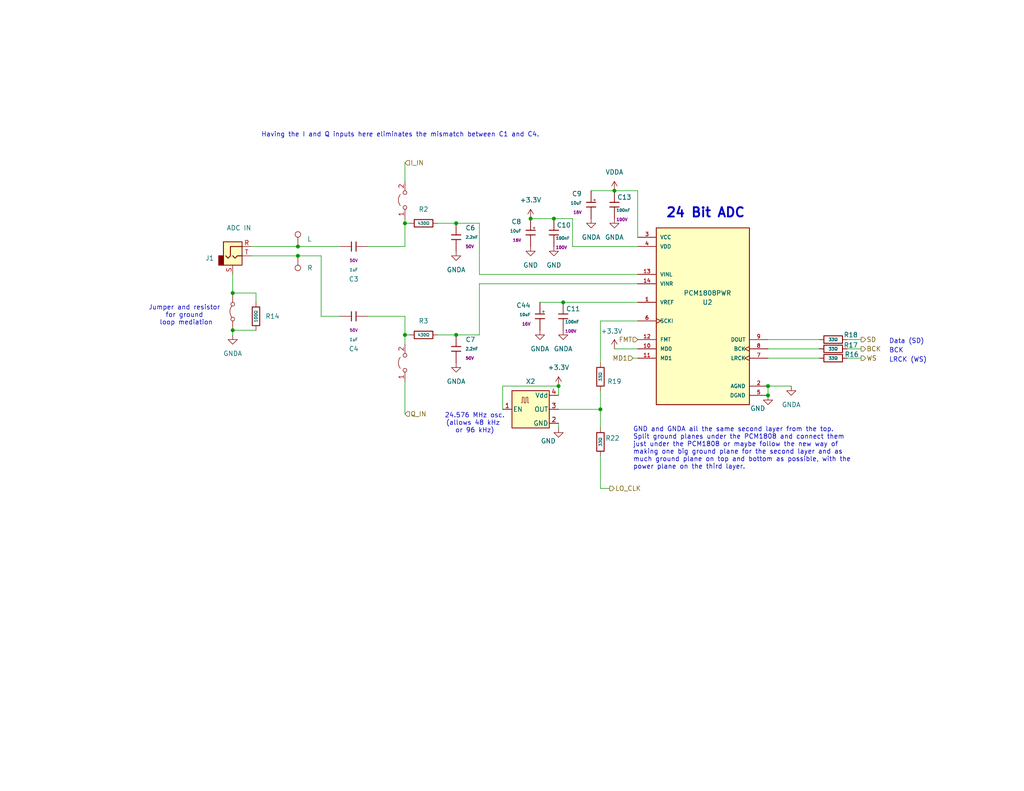
<source format=kicad_sch>
(kicad_sch (version 20250114) (generator "eeschema") (generator_version "9.0")
  (paper "USLetter")
  (title_block (date "2026-01-11") (rev "0.1"))
  (lib_symbols
    (symbol "ASE-xxxMHz_1" (pin_names (offset 0.254))
      (property "Reference" "X1" (at -2.286 6.35 0))
      (symbol "ASE-xxxMHz_1_0_1"
        (rectangle (start -5.08 5.08) (end 5.08 -5.08) (stroke (width 0.254)) (fill (type background)))
        (polyline (pts (xy -2.54 1.778) (xy -2.286 1.778) (xy -2.286 3.302) (xy -1.778 3.302) (xy -1.778 1.778) (xy -1.27 1.778) (xy -1.27 3.302) (xy -0.762 3.302) (xy -0.762 1.778) (xy -0.508 1.778)))
      )
      (symbol "ASE-xxxMHz_1_1_1"
        (pin input line (at -7.62 0 0) (length 2.54) (name "EN") (number "1"))
        (pin power_in line (at 7.62 3.81 180) (length 2.54) (name "Vdd") (number "4"))
        (pin output line (at 7.62 0 180) (length 2.54) (name "OUT") (number "3"))
        (pin power_in line (at 7.62 -3.81 180) (length 2.54) (name "GND") (number "2"))
      )
    )
    (symbol "Connector:TestPoint" (pin_numbers (hide yes)) (pin_names (offset 0.762) (hide yes))
      (property "Reference" "TP" (at 0 6.858 0))
      (property "Value" "TestPoint" (at 0 5.08 0))
      (symbol "TestPoint_0_1"
        (circle (center 0 3.302) (radius 0.762))
      )
      (symbol "TestPoint_1_1"
        (pin passive line (at 0 0 90) (length 2.54) (name "1") (number "1"))
      )
    )
    (symbol "Connector_Audio:AudioJack2_Ground"
      (property "Reference" "J4" (at -5.08 -0.635 0))
      (property "Value" "Audio Out to Soundcard" (at 5.08 7.62 0))
      (symbol "AudioJack2_Ground_0_1"
        (rectangle (start -2.54 -2.54) (end -3.81 0) (stroke (width 0.254)) (fill (type outline)))
        (polyline (pts (xy 0 0) (xy 0.635 -0.635) (xy 1.27 0) (xy 2.54 0)) (stroke (width 0.254)))
        (rectangle (start 2.54 3.81) (end -2.54 -2.54) (stroke (width 0.254)) (fill (type background)))
        (polyline (pts (xy 2.54 2.54) (xy -0.635 2.54) (xy -0.635 0) (xy -1.27 -0.635) (xy -1.905 0)) (stroke (width 0.254)))
      )
      (symbol "AudioJack2_Ground_1_1"
        (pin passive line (at 0 -5.08 90) (length 2.54) (name "~") (number "S"))
        (pin passive line (at 5.08 2.54 180) (length 2.54) (name "~") (number "R"))
        (pin passive line (at 5.08 0 180) (length 2.54) (name "~") (number "T"))
      )
    )
    (symbol "Jumper:Jumper_2_Bridged" (pin_numbers (hide yes)) (pin_names (offset 0) (hide yes)) (exclude_from_sim yes)
      (property "Reference" "JP" (at 0 1.905 0))
      (property "Value" "Jumper_2_Bridged" (at 0 -2.54 0))
      (symbol "Jumper_2_Bridged_0_0"
        (circle (center -2.032 0) (radius 0.508))
        (circle (center 2.032 0) (radius 0.508))
      )
      (symbol "Jumper_2_Bridged_0_1"
        (arc (start -1.524 0.254) (mid 0 0.762) (end 1.524 0.254))
      )
      (symbol "Jumper_2_Bridged_1_1"
        (pin passive line (at -5.08 0 0) (length 2.54) (name "A") (number "1"))
        (pin passive line (at 5.08 0 180) (length 2.54) (name "B") (number "2"))
      )
    )
    (symbol "Jumper:Jumper_2_Open" (pin_names (offset 0) (hide yes))
      (property "Reference" "JP" (at 0 2.794 0))
      (property "Value" "Jumper_2_Open" (at 0 -2.286 0))
      (symbol "Jumper_2_Open_0_0"
        (circle (center -2.032 0) (radius 0.508))
        (circle (center 2.032 0) (radius 0.508))
      )
      (symbol "Jumper_2_Open_0_1"
        (arc (start -1.524 1.27) (mid 0 1.778) (end 1.524 1.27))
      )
      (symbol "Jumper_2_Open_1_1"
        (pin passive line (at -5.08 0 0) (length 2.54) (name "A") (number "1"))
        (pin passive line (at 5.08 0 180) (length 2.54) (name "B") (number "2"))
      )
    )
    (symbol "PCM1808PWR:PCM1808PWR" (pin_names (offset 1.016))
      (property "Reference" "U" (at -12.7 24.13 0))
      (property "Value" "PCM1808PWR" (at -12.7 -27.94 0))
      (symbol "PCM1808PWR_0_0"
        (rectangle (start -12.7 -25.4) (end 12.7 22.86) (stroke (width 0.254)) (fill (type background)))
        (pin power_in line (at -17.78 20.32 0) (length 5.08) (name "VCC") (number "3"))
        (pin power_in line (at -17.78 17.78 0) (length 5.08) (name "VDD") (number "4"))
        (pin input line (at -17.78 10.16 0) (length 5.08) (name "VINL") (number "13"))
        (pin input line (at -17.78 7.62 0) (length 5.08) (name "VINR") (number "14"))
        (pin input line (at -17.78 2.54 0) (length 5.08) (name "VREF") (number "1"))
        (pin input clock (at -17.78 -2.54 0) (length 5.08) (name "SCKI") (number "6"))
        (pin input line (at -17.78 -7.62 0) (length 5.08) (name "FMT") (number "12"))
        (pin input line (at -17.78 -10.16 0) (length 5.08) (name "MD0") (number "10"))
        (pin input line (at -17.78 -12.7 0) (length 5.08) (name "MD1") (number "11"))
        (pin output line (at 17.78 -7.62 180) (length 5.08) (name "DOUT") (number "9"))
        (pin bidirectional clock (at 17.78 -10.16 180) (length 5.08) (name "BCK") (number "8"))
        (pin bidirectional clock (at 17.78 -12.7 180) (length 5.08) (name "LRCK") (number "7"))
        (pin power_in line (at 17.78 -20.32 180) (length 5.08) (name "AGND") (number "2"))
        (pin power_in line (at 17.78 -22.86 180) (length 5.08) (name "DGND") (number "5"))
      )
    )
    (symbol "PCM_JLCPCB-Capacitors:0805,100nF" (pin_numbers (hide yes)) (pin_names (offset 0))
      (property "Reference" "C" (at 2.032 1.668 0))
      (property "Value" "100nF" (at 2.032 -0.3782 0))
      (property "Voltage Rated" "100V" (at 2.032 -2.0462 0))
      (symbol "0805,100nF_0_1"
        (polyline (pts (xy -1.27 0.635) (xy 1.27 0.635)) (stroke (width 0.254)))
        (polyline (pts (xy -1.27 -0.635) (xy 1.27 -0.635)) (stroke (width 0.254)))
      )
      (symbol "0805,100nF_1_1"
        (pin passive line (at 0 3.81 270) (length 3.175) (name "~") (number "1"))
        (pin passive line (at 0 -3.81 90) (length 3.175) (name "~") (number "2"))
      )
    )
    (symbol "PCM_JLCPCB-Capacitors:0805,1uF" (pin_numbers (hide yes)) (pin_names (offset 0))
      (property "Reference" "C" (at 2.032 1.668 0))
      (property "Value" "1uF" (at 2.032 -0.3782 0))
      (property "Voltage Rated" "50V" (at 2.032 -2.0462 0))
      (symbol "0805,1uF_0_1"
        (polyline (pts (xy -1.27 0.635) (xy 1.27 0.635)) (stroke (width 0.254)))
        (polyline (pts (xy -1.27 -0.635) (xy 1.27 -0.635)) (stroke (width 0.254)))
      )
      (symbol "0805,1uF_1_1"
        (pin passive line (at 0 3.81 270) (length 3.175) (name "~") (number "1"))
        (pin passive line (at 0 -3.81 90) (length 3.175) (name "~") (number "2"))
      )
    )
    (symbol "PCM_JLCPCB-Capacitors:0805,2.2nF" (pin_numbers (hide yes)) (pin_names (offset 0))
      (property "Reference" "C" (at 2.032 1.668 0))
      (property "Value" "2.2nF" (at 2.032 -0.3782 0))
      (property "Voltage Rated" "50V" (at 2.032 -2.0462 0))
      (symbol "0805,2.2nF_0_1"
        (polyline (pts (xy -1.27 0.635) (xy 1.27 0.635)) (stroke (width 0.254)))
        (polyline (pts (xy -1.27 -0.635) (xy 1.27 -0.635)) (stroke (width 0.254)))
      )
      (symbol "0805,2.2nF_1_1"
        (pin passive line (at 0 3.81 270) (length 3.175) (name "~") (number "1"))
        (pin passive line (at 0 -3.81 90) (length 3.175) (name "~") (number "2"))
      )
    )
    (symbol "PCM_JLCPCB-Capacitors:CASE-A-3216-18(mm),10uF" (pin_numbers (hide yes)) (pin_names (offset 0))
      (property "Reference" "C" (at 2.032 1.668 0))
      (property "Value" "10uF" (at 2.032 -0.3782 0))
      (property "Rated Voltage" "16V" (at 2.032 -2.0462 0))
      (symbol "CASE-A-3216-18(mm),10uF_0_1"
        (polyline (pts (xy -1.27 1.27) (xy -0.635 1.27)) (stroke (width 0.127)))
        (polyline (pts (xy -1.27 0.635) (xy 1.27 0.635)) (stroke (width 0.254)))
        (polyline (pts (xy -1.27 -0.635) (xy 1.27 -0.635)) (stroke (width 0.254)))
        (polyline (pts (xy -0.9525 1.5875) (xy -0.9525 0.9525)) (stroke (width 0.127)))
      )
      (symbol "CASE-A-3216-18(mm),10uF_1_1"
        (pin passive line (at 0 3.81 270) (length 3.175) (name "~") (number "1"))
        (pin passive line (at 0 -3.81 90) (length 3.175) (name "~") (number "2"))
      )
    )
    (symbol "PCM_JLCPCB-Resistors:0603,430Ω" (pin_numbers (hide yes)) (pin_names (offset 0))
      (property "Reference" "R" (at 1.778 0 0))
      (property "Value" "430Ω" (at 0 0 90))
      (symbol "0603,430Ω_0_1"
        (rectangle (start -1.016 2.54) (end 1.016 -2.54) (stroke (width 0.254)))
      )
      (symbol "0603,430Ω_1_1"
        (pin passive line (at 0 3.81 270) (length 1.27) (name "~") (number "1"))
        (pin passive line (at 0 -3.81 90) (length 1.27) (name "~") (number "2"))
      )
    )
    (symbol "PCM_JLCPCB-Resistors:0805,100Ω" (pin_numbers (hide yes)) (pin_names (offset 0))
      (property "Reference" "R" (at 1.778 0 0))
      (property "Value" "100Ω" (at 0 0 90))
      (symbol "0805,100Ω_0_1"
        (rectangle (start -1.016 2.54) (end 1.016 -2.54) (stroke (width 0.254)))
      )
      (symbol "0805,100Ω_1_1"
        (pin passive line (at 0 3.81 270) (length 1.27) (name "~") (number "1"))
        (pin passive line (at 0 -3.81 90) (length 1.27) (name "~") (number "2"))
      )
    )
    (symbol "PCM_JLCPCB-Resistors:0805,33Ω" (pin_numbers (hide yes)) (pin_names (offset 0))
      (property "Reference" "R" (at 1.778 0 0))
      (property "Value" "33Ω" (at 0 0 90))
      (symbol "0805,33Ω_0_1"
        (rectangle (start -1.016 2.54) (end 1.016 -2.54) (stroke (width 0.254)))
      )
      (symbol "0805,33Ω_1_1"
        (pin passive line (at 0 3.81 270) (length 1.27) (name "~") (number "1"))
        (pin passive line (at 0 -3.81 90) (length 1.27) (name "~") (number "2"))
      )
    )
    (symbol "power:+3.3V" (power) (pin_names (offset 0))
      (property "Value" "+3.3V" (at 0 3.556 0))
      (symbol "+3.3V_0_1"
        (polyline (pts (xy -0.762 1.27) (xy 0 2.54)))
        (polyline (pts (xy 0 2.54) (xy 0.762 1.27)))
        (polyline (pts (xy 0 0) (xy 0 2.54)))
      )
      (symbol "+3.3V_1_1"
        (pin power_in line (at 0 0 90) (length 0) (hide yes) (name "+3.3V") (number "1"))
      )
    )
    (symbol "power:GND" (power) (pin_names (offset 0))
      (property "Value" "GND" (at 0 -3.81 0))
      (symbol "GND_0_1"
        (polyline (pts (xy 0 0) (xy 0 -1.27) (xy 1.27 -1.27) (xy 0 -2.54) (xy -1.27 -1.27) (xy 0 -1.27)))
      )
      (symbol "GND_1_1"
        (pin power_in line (at 0 0 270) (length 0) (hide yes) (name "GND") (number "1"))
      )
    )
    (symbol "power:GNDA" (power) (pin_names (offset 0))
      (property "Value" "GNDA" (at 0 -3.81 0))
      (symbol "GNDA_0_1"
        (polyline (pts (xy 0 0) (xy 0 -1.27) (xy 1.27 -1.27) (xy 0 -2.54) (xy -1.27 -1.27) (xy 0 -1.27)))
      )
      (symbol "GNDA_1_1"
        (pin power_in line (at 0 0 270) (length 0) (hide yes) (name "GNDA") (number "1"))
      )
    )
    (symbol "power:VDDA" (power) (pin_names (offset 0))
      (property "Value" "VDDA" (at 0 3.81 0))
      (symbol "VDDA_0_1"
        (polyline (pts (xy -0.762 1.27) (xy 0 2.54)))
        (polyline (pts (xy 0 2.54) (xy 0.762 1.27)))
        (polyline (pts (xy 0 0) (xy 0 2.54)))
      )
      (symbol "VDDA_1_1"
        (pin power_in line (at 0 0 90) (length 0) (hide yes) (name "VDDA") (number "1"))
      )
    )
  )
  (text "Jumper and resistor \nfor ground \nloop mediation" (at 50.8 88.9 0) (effects (font (size 1.27 1.27)) (justify bottom)))
  (text "24.576 MHz osc.\n(allows 48 kHz \nor 96 kHz)" (at 129.54 115.57 0) (effects (font (size 1.27 1.27))))
  (text "Data (SD)" (at 242.57 93.98 0) (effects (font (size 1.27 1.27)) (justify left bottom)))
  (text "BCK" (at 242.57 96.52 0) (effects (font (size 1.27 1.27)) (justify left bottom)))
  (text "GND and GNDA all the same second layer from the top.\nSplit ground planes under the PCM1808 and connect them\njust under the PCM1808 or maybe follow the new way of\nmaking one big ground plane for the second layer and as\nmuch ground plane on top and bottom as possible, with the\npower plane on the third layer." (at 172.72 128.27 0) (effects (font (size 1.27 1.27)) (justify left bottom)))
  (text "Having the I and Q inputs here eliminates the mismatch between C1 and C4." (at 109.22 36.83 0) (effects (font (size 1.27 1.27))))
  (text "LRCK (WS)" (at 242.57 99.06 0) (effects (font (size 1.27 1.27)) (justify left bottom)))
  (text "24 Bit ADC" (at 181.61 59.69 0) (effects (font (size 2.54 2.54) (thickness 0.5) (bold yes)) (justify left bottom)))
  (junction (at 152.4 105.41))
  (junction (at 124.46 91.44))
  (junction (at 153.67 82.55))
  (junction (at 110.49 91.44))
  (junction (at 144.78 59.69))
  (junction (at 81.28 69.85))
  (junction (at 63.5 80.01))
  (junction (at 81.28 67.31))
  (junction (at 167.64 52.07))
  (junction (at 209.55 107.95))
  (junction (at 209.55 105.41))
  (junction (at 63.5 90.17))
  (junction (at 151.13 59.69))
  (junction (at 124.46 60.96))
  (junction (at 110.49 60.96))
  (junction (at 163.83 111.76))
  (wire (pts (xy 163.83 87.63) (xy 163.83 99.06)))
  (wire (pts (xy 167.64 52.07) (xy 173.99 52.07)))
  (wire (pts (xy 69.85 82.55) (xy 69.85 80.01)))
  (wire (pts (xy 152.4 115.57) (xy 152.4 116.84)))
  (wire (pts (xy 137.16 111.76) (xy 137.16 105.41)))
  (wire (pts (xy 231.14 95.25) (xy 234.95 95.25)))
  (wire (pts (xy 100.33 86.36) (xy 110.49 86.36)))
  (wire (pts (xy 167.64 95.25) (xy 173.99 95.25)))
  (wire (pts (xy 100.33 67.31) (xy 110.49 67.31)))
  (wire (pts (xy 172.72 97.79) (xy 173.99 97.79)))
  (wire (pts (xy 161.29 52.07) (xy 167.64 52.07)))
  (wire (pts (xy 69.85 80.01) (xy 63.5 80.01)))
  (wire (pts (xy 156.21 67.31) (xy 173.99 67.31)))
  (wire (pts (xy 63.5 90.17) (xy 63.5 91.44)))
  (wire (pts (xy 63.5 74.93) (xy 63.5 80.01)))
  (wire (pts (xy 87.63 86.36) (xy 92.71 86.36)))
  (wire (pts (xy 110.49 91.44) (xy 111.76 91.44)))
  (wire (pts (xy 144.78 59.69) (xy 151.13 59.69)))
  (wire (pts (xy 110.49 60.96) (xy 111.76 60.96)))
  (wire (pts (xy 81.28 67.31) (xy 92.71 67.31)))
  (wire (pts (xy 209.55 97.79) (xy 223.52 97.79)))
  (wire (pts (xy 130.81 60.96) (xy 130.81 74.93)))
  (wire (pts (xy 110.49 44.45) (xy 110.49 49.53)))
  (wire (pts (xy 163.83 87.63) (xy 173.99 87.63)))
  (wire (pts (xy 209.55 105.41) (xy 209.55 107.95)))
  (wire (pts (xy 231.14 97.79) (xy 234.95 97.79)))
  (wire (pts (xy 163.83 106.68) (xy 163.83 111.76)))
  (wire (pts (xy 87.63 86.36) (xy 87.63 69.85)))
  (wire (pts (xy 110.49 59.69) (xy 110.49 60.96)))
  (wire (pts (xy 137.16 105.41) (xy 152.4 105.41)))
  (wire (pts (xy 151.13 59.69) (xy 156.21 59.69)))
  (wire (pts (xy 163.83 111.76) (xy 163.83 116.84)))
  (wire (pts (xy 166.37 133.35) (xy 163.83 133.35)))
  (wire (pts (xy 209.55 95.25) (xy 223.52 95.25)))
  (wire (pts (xy 153.67 82.55) (xy 173.99 82.55)))
  (wire (pts (xy 124.46 60.96) (xy 130.81 60.96)))
  (wire (pts (xy 163.83 133.35) (xy 163.83 124.46)))
  (wire (pts (xy 68.58 67.31) (xy 81.28 67.31)))
  (wire (pts (xy 209.55 92.71) (xy 223.52 92.71)))
  (wire (pts (xy 124.46 91.44) (xy 130.81 91.44)))
  (wire (pts (xy 156.21 59.69) (xy 156.21 67.31)))
  (wire (pts (xy 130.81 91.44) (xy 130.81 77.47)))
  (wire (pts (xy 209.55 105.41) (xy 215.9 105.41)))
  (wire (pts (xy 130.81 74.93) (xy 173.99 74.93)))
  (wire (pts (xy 119.38 91.44) (xy 124.46 91.44)))
  (wire (pts (xy 63.5 90.17) (xy 69.85 90.17)))
  (wire (pts (xy 152.4 105.41) (xy 152.4 107.95)))
  (wire (pts (xy 110.49 67.31) (xy 110.49 60.96)))
  (wire (pts (xy 147.32 82.55) (xy 153.67 82.55)))
  (wire (pts (xy 231.14 92.71) (xy 234.95 92.71)))
  (wire (pts (xy 68.58 69.85) (xy 81.28 69.85)))
  (wire (pts (xy 81.28 69.85) (xy 87.63 69.85)))
  (wire (pts (xy 152.4 111.76) (xy 163.83 111.76)))
  (wire (pts (xy 119.38 60.96) (xy 124.46 60.96)))
  (wire (pts (xy 173.99 52.07) (xy 173.99 64.77)))
  (wire (pts (xy 110.49 91.44) (xy 110.49 93.98)))
  (wire (pts (xy 110.49 104.14) (xy 110.49 113.03)))
  (wire (pts (xy 130.81 77.47) (xy 173.99 77.47)))
  (wire (pts (xy 110.49 86.36) (xy 110.49 91.44)))
  (hierarchical_label "LO_CLK" (shape output) (at 166.37 133.35 0))
  (hierarchical_label "WS" (shape output) (at 234.95 97.79 0))
  (hierarchical_label "I_IN" (shape input) (at 110.49 44.45 0))
  (hierarchical_label "SD" (shape output) (at 234.95 92.71 0))
  (hierarchical_label "Q_IN" (shape input) (at 110.49 113.03 0))
  (hierarchical_label "FMT" (shape input) (at 173.99 92.71 180))
  (hierarchical_label "BCK" (shape output) (at 234.95 95.25 0))
  (hierarchical_label "MD1" (shape input) (at 172.72 97.79 180))
  (symbol (lib_id "Connector:TestPoint") (at 81.28 67.31 0) (unit 1)
    (property "Reference" "TP1" (effects (hide yes)))
    (property "Value" "L" (at 83.82 65.278 0) (effects (justify left)))
    (property "Footprint" "TestPoint:TestPoint_THTPad_D1.5mm_Drill0.7mm" (effects (hide yes)))
  )
  (symbol (lib_id "power:GNDA") (at 215.9 105.41 0) (unit 1)
    (property "Reference" "#PWR016" (effects (hide yes)))
    (property "Value" "GNDA" (at 215.9 110.49 0))
  )
  (symbol (lib_id "PCM_JLCPCB-Resistors:0805,33Ω") (at 163.83 120.65 180) (unit 1)
    (property "Reference" "R22" (at 167.132 119.634 0))
    (property "Value" "33Ω" (at 163.83 120.65 90) (effects (font (size 0.8 0.8))))
    (property "Footprint" "PCM_JLCPCB:R_0805" (effects (hide yes)))
    (property "Datasheet" "https://www.lcsc.com/datasheet/lcsc_datasheet_2205311830_UNI-ROYAL-Uniroyal-Elec-0805W8F330JT5E_C17634.pdf" (effects (hide yes)))
    (property "Description" "125mW Thick Film Resistors 150V ±1% ±200ppm/°C 33Ω 0805 Chip Resistor - Surface Mount ROHS" (effects (hide yes)))
    (property "LCSC" "C17634" (effects (hide yes)))
    (property "Stock" "335994" (effects (hide yes)))
    (property "Price" "0.005USD" (effects (hide yes)))
    (property "Process" "SMT" (effects (hide yes)))
    (property "Minimum Qty" "20" (effects (hide yes)))
    (property "Attrition Qty" "10" (effects (hide yes)))
    (property "Class" "Basic Component" (effects (hide yes)))
    (property "Category" "Resistors,Chip Resistor - Surface Mount" (effects (hide yes)))
    (property "Manufacturer" "UNI-ROYAL(Uniroyal Elec)" (effects (hide yes)))
    (property "Part" "0805W8F330JT5E" (effects (hide yes)))
    (property "Resistance" "33Ω" (effects (hide yes)))
    (property "Power(Watts)" "125mW" (effects (hide yes)))
    (property "Type" "Thick Film Resistors" (effects (hide yes)))
    (property "Overload Voltage (Max)" "150V" (effects (hide yes)))
    (property "Operating Temperature Range" "-55°C~+155°C" (effects (hide yes)))
    (property "Tolerance" "±1%" (effects (hide yes)))
    (property "Temperature Coefficient" "±200ppm/°C" (effects (hide yes)))
  )
  (symbol (lib_id "Connector_Audio:AudioJack2_Ground") (at 63.5 69.85 0) (unit 1)
    (property "Reference" "J1" (at 58.42 70.485 0) (effects (justify right)))
    (property "Value" "ADC IN" (at 68.58 62.23 0) (effects (justify right)))
    (property "Footprint" "Intro_to_CAD:Jack_3.5mm_CUI_SJ-3523-SMT_Horizontal" (effects (hide yes)))
    (property "Datasheet" "https://www.lcsc.com/datasheet/lcsc_datasheet_1811132022_BOOMELE-Boom-Precision-Elec-PJ-320B_C18594.pdf" (effects (hide yes)))
    (property "LCSC" "C18594" (effects (hide yes)))
  )
  (symbol (lib_id "power:GND") (at 144.78 67.31 0) (unit 1)
    (property "Reference" "#PWR05" (effects (hide yes)))
    (property "Value" "GND" (at 144.78 72.39 0))
  )
  (symbol (lib_id "Jumper:Jumper_2_Open") (at 110.49 99.06 90) (unit 1)
    (property "Reference" "JP19" (effects (hide yes)))
    (property "Value" "GND_LP_SND" (effects (hide yes)))
    (property "Footprint" "Jumper:SolderJumper-2_P1.3mm_Open_RoundedPad1.0x1.5mm" (effects (hide yes)))
  )
  (symbol (lib_id "power:+3.3V") (at 152.4 105.41 0) (unit 1)
    (property "Reference" "#PWR08" (effects (hide yes)))
    (property "Value" "+3.3V" (at 152.4 100.33 0))
  )
  (symbol (lib_id "PCM_JLCPCB-Capacitors:0805,100nF") (at 167.64 55.88 180) (unit 1)
    (property "Reference" "C13" (at 168.402 53.848 0) (effects (justify right)))
    (property "Value" "100nF" (at 168.148 57.404 0) (effects (font (size 0.8 0.8)) (justify right)))
    (property "Footprint" "PCM_JLCPCB:C_0805" (effects (hide yes)))
    (property "Datasheet" "https://www.lcsc.com/datasheet/lcsc_datasheet_2304140030_Samsung-Electro-Mechanics-CL21B104KCFNNNE_C28233.pdf" (effects (hide yes)))
    (property "Description" "100V 100nF X7R ±10% 0805 Multilayer Ceramic Capacitors MLCC - SMD/SMT ROHS" (effects (hide yes)))
    (property "LCSC" "C28233" (effects (hide yes)))
    (property "Stock" "1168020" (effects (hide yes)))
    (property "Price" "0.009USD" (effects (hide yes)))
    (property "Process" "SMT" (effects (hide yes)))
    (property "Minimum Qty" "20" (effects (hide yes)))
    (property "Attrition Qty" "10" (effects (hide yes)))
    (property "Class" "Basic Component" (effects (hide yes)))
    (property "Category" "Capacitors,Multilayer Ceramic Capacitors MLCC - SMD/SMT" (effects (hide yes)))
    (property "Manufacturer" "Samsung Electro-Mechanics" (effects (hide yes)))
    (property "Part" "CL21B104KCFNNNE" (effects (hide yes)))
    (property "Voltage Rated" "100V" (at 168.148 59.944 0) (effects (font (size 0.8 0.8)) (justify right)))
    (property "Tolerance" "±10%" (effects (hide yes)))
    (property "Capacitance" "100nF" (effects (hide yes)))
    (property "Temperature Coefficient" "X7R" (effects (hide yes)))
  )
  (symbol (lib_id "PCM_JLCPCB-Resistors:0603,430Ω") (at 115.57 91.44 90) (unit 1)
    (property "Reference" "R3" (at 115.57 87.63 90))
    (property "Value" "430Ω" (at 115.57 91.44 90) (effects (font (size 0.8 0.8))))
    (property "Footprint" "PCM_JLCPCB:R_0603" (effects (hide yes)))
    (property "Datasheet" "https://www.lcsc.com/datasheet/lcsc_datasheet_2206010116_UNI-ROYAL-Uniroyal-Elec-0603WAF4300T5E_C23170.pdf" (effects (hide yes)))
    (property "Description" "100mW Thick Film Resistors 75V ±100ppm/°C ±1% 430Ω 0603 Chip Resistor - Surface Mount ROHS" (effects (hide yes)))
    (property "LCSC" "C23170" (effects (hide yes)))
    (property "Stock" "231507" (effects (hide yes)))
    (property "Price" "0.004USD" (effects (hide yes)))
    (property "Process" "SMT" (effects (hide yes)))
    (property "Minimum Qty" "20" (effects (hide yes)))
    (property "Attrition Qty" "10" (effects (hide yes)))
    (property "Class" "Preferred Component" (effects (hide yes)))
    (property "Category" "Resistors,Chip Resistor - Surface Mount" (effects (hide yes)))
    (property "Manufacturer" "UNI-ROYAL(Uniroyal Elec)" (effects (hide yes)))
    (property "Part" "0603WAF4300T5E" (effects (hide yes)))
    (property "Resistance" "430Ω" (effects (hide yes)))
    (property "Power(Watts)" "100mW" (effects (hide yes)))
    (property "Type" "Thick Film Resistors" (effects (hide yes)))
    (property "Overload Voltage (Max)" "75V" (effects (hide yes)))
    (property "Operating Temperature Range" "-55°C~+155°C" (effects (hide yes)))
    (property "Tolerance" "±1%" (effects (hide yes)))
    (property "Temperature Coefficient" "±100ppm/°C" (effects (hide yes)))
  )
  (symbol (lib_id "PCM_JLCPCB-Resistors:0805,33Ω") (at 227.33 92.71 90) (unit 1)
    (property "Reference" "R18" (at 232.156 91.44 90))
    (property "Value" "33Ω" (at 227.33 92.71 90) (effects (font (size 0.8 0.8))))
    (property "Footprint" "PCM_JLCPCB:R_0805" (effects (hide yes)))
    (property "Datasheet" "https://www.lcsc.com/datasheet/lcsc_datasheet_2205311830_UNI-ROYAL-Uniroyal-Elec-0805W8F330JT5E_C17634.pdf" (effects (hide yes)))
    (property "Description" "125mW Thick Film Resistors 150V ±1% ±200ppm/°C 33Ω 0805 Chip Resistor - Surface Mount ROHS" (effects (hide yes)))
    (property "LCSC" "C17634" (effects (hide yes)))
    (property "Stock" "335994" (effects (hide yes)))
    (property "Price" "0.005USD" (effects (hide yes)))
    (property "Process" "SMT" (effects (hide yes)))
    (property "Minimum Qty" "20" (effects (hide yes)))
    (property "Attrition Qty" "10" (effects (hide yes)))
    (property "Class" "Basic Component" (effects (hide yes)))
    (property "Category" "Resistors,Chip Resistor - Surface Mount" (effects (hide yes)))
    (property "Manufacturer" "UNI-ROYAL(Uniroyal Elec)" (effects (hide yes)))
    (property "Part" "0805W8F330JT5E" (effects (hide yes)))
    (property "Resistance" "33Ω" (effects (hide yes)))
    (property "Power(Watts)" "125mW" (effects (hide yes)))
    (property "Type" "Thick Film Resistors" (effects (hide yes)))
    (property "Overload Voltage (Max)" "150V" (effects (hide yes)))
    (property "Operating Temperature Range" "-55°C~+155°C" (effects (hide yes)))
    (property "Tolerance" "±1%" (effects (hide yes)))
    (property "Temperature Coefficient" "±200ppm/°C" (effects (hide yes)))
  )
  (symbol (lib_id "PCM_JLCPCB-Capacitors:CASE-A-3216-18(mm),10uF") (at 147.32 86.36 0) (mirror y) (unit 1)
    (property "Reference" "C44" (at 144.78 83.3754 0) (effects (justify left)))
    (property "Value" "10uF" (at 144.78 85.9155 0) (effects (font (size 0.8 0.8)) (justify left)))
    (property "Footprint" "PCM_JLCPCB:C_CASE-A-3216-18(mm)" (effects (hide yes)))
    (property "Datasheet" "https://www.lcsc.com/datasheet/lcsc_datasheet_2304140030_Kyocera-AVX-TAJA106K016RNJ_C7171.pdf" (effects (hide yes)))
    (property "Description" "10uF 16V 3Ω@100kHz ±10% CASE-A-3216-18(mm) Tantalum Capacitors ROHS" (effects (hide yes)))
    (property "LCSC" "C7171" (effects (hide yes)))
    (property "Stock" "887054" (effects (hide yes)))
    (property "Price" "0.133USD" (effects (hide yes)))
    (property "Process" "SMT" (effects (hide yes)))
    (property "Minimum Qty" "5" (effects (hide yes)))
    (property "Attrition Qty" "2" (effects (hide yes)))
    (property "Class" "Basic Component" (effects (hide yes)))
    (property "Category" "Capacitors,Tantalum Capacitors" (effects (hide yes)))
    (property "Manufacturer" "AVX" (effects (hide yes)))
    (property "Part" "TAJA106K016RNJ" (effects (hide yes)))
    (property "Operating Temperature" "-55°C~+125°C" (effects (hide yes)))
    (property "Equivalent Series Resistance(ESR)" "3Ω@100kHz" (effects (hide yes)))
    (property "Tolerance" "±10%" (effects (hide yes)))
    (property "Capacitance" "10uF" (effects (hide yes)))
    (property "Rated Voltage" "16V" (at 144.78 88.4555 0) (effects (font (size 0.8 0.8)) (justify left)))
  )
  (symbol (lib_id "PCM_JLCPCB-Capacitors:0805,2.2nF") (at 124.46 64.77 0) (unit 1)
    (property "Reference" "C6" (at 127 62.2299 0) (effects (justify left)))
    (property "Value" "2.2nF" (at 127 64.77 0) (effects (font (size 0.8 0.8)) (justify left)))
    (property "Footprint" "PCM_JLCPCB:C_0805" (effects (hide yes)))
    (property "Datasheet" "https://www.lcsc.com/datasheet/lcsc_datasheet_2304140030_Samsung-Electro-Mechanics-CL21C222JBFNNNE_C28260.pdf" (effects (hide yes)))
    (property "Description" "50V 2.2nF C0G ±5% 0805 Multilayer Ceramic Capacitors MLCC - SMD/SMT ROHS" (effects (hide yes)))
    (property "LCSC" "C28260" (effects (hide yes)))
    (property "Stock" "107552" (effects (hide yes)))
    (property "Price" "0.033USD" (effects (hide yes)))
    (property "Process" "SMT" (effects (hide yes)))
    (property "Minimum Qty" "5" (effects (hide yes)))
    (property "Attrition Qty" "4" (effects (hide yes)))
    (property "Class" "Basic Component" (effects (hide yes)))
    (property "Category" "Capacitors,Multilayer Ceramic Capacitors MLCC - SMD/SMT" (effects (hide yes)))
    (property "Manufacturer" "Samsung Electro-Mechanics" (effects (hide yes)))
    (property "Part" "CL21C222JBFNNNE" (effects (hide yes)))
    (property "Voltage Rated" "50V" (at 127 67.31 0) (effects (font (size 0.8 0.8)) (justify left)))
    (property "Tolerance" "±5%" (effects (hide yes)))
    (property "Capacitance" "2.2nF" (effects (hide yes)))
    (property "Temperature Coefficient" "C0G" (effects (hide yes)))
  )
  (symbol (lib_id "power:GNDA") (at 153.67 90.17 0) (unit 1)
    (property "Reference" "#PWR010" (effects (hide yes)))
    (property "Value" "GNDA" (at 153.67 95.25 0))
  )
  (symbol (lib_id "PCM_JLCPCB-Resistors:0805,33Ω") (at 163.83 102.87 180) (unit 1)
    (property "Reference" "R19" (at 167.64 104.14 0))
    (property "Value" "33Ω" (at 163.83 102.87 90) (effects (font (size 0.8 0.8))))
    (property "Footprint" "PCM_JLCPCB:R_0805" (effects (hide yes)))
    (property "Datasheet" "https://www.lcsc.com/datasheet/lcsc_datasheet_2205311830_UNI-ROYAL-Uniroyal-Elec-0805W8F330JT5E_C17634.pdf" (effects (hide yes)))
    (property "Description" "125mW Thick Film Resistors 150V ±1% ±200ppm/°C 33Ω 0805 Chip Resistor - Surface Mount ROHS" (effects (hide yes)))
    (property "LCSC" "C17634" (effects (hide yes)))
    (property "Stock" "335994" (effects (hide yes)))
    (property "Price" "0.005USD" (effects (hide yes)))
    (property "Process" "SMT" (effects (hide yes)))
    (property "Minimum Qty" "20" (effects (hide yes)))
    (property "Attrition Qty" "10" (effects (hide yes)))
    (property "Class" "Basic Component" (effects (hide yes)))
    (property "Category" "Resistors,Chip Resistor - Surface Mount" (effects (hide yes)))
    (property "Manufacturer" "UNI-ROYAL(Uniroyal Elec)" (effects (hide yes)))
    (property "Part" "0805W8F330JT5E" (effects (hide yes)))
    (property "Resistance" "33Ω" (effects (hide yes)))
    (property "Power(Watts)" "125mW" (effects (hide yes)))
    (property "Type" "Thick Film Resistors" (effects (hide yes)))
    (property "Overload Voltage (Max)" "150V" (effects (hide yes)))
    (property "Operating Temperature Range" "-55°C~+155°C" (effects (hide yes)))
    (property "Tolerance" "±1%" (effects (hide yes)))
    (property "Temperature Coefficient" "±200ppm/°C" (effects (hide yes)))
  )
  (symbol (lib_id "power:GND") (at 209.55 107.95 0) (unit 1)
    (property "Reference" "#PWR015" (effects (hide yes)))
    (property "Value" "GND" (at 206.756 111.506 0))
  )
  (symbol (lib_id "power:GNDA") (at 147.32 90.17 0) (unit 1)
    (property "Reference" "#PWR06" (effects (hide yes)))
    (property "Value" "GNDA" (at 147.32 95.25 0))
  )
  (symbol (lib_id "PCM_JLCPCB-Capacitors:CASE-A-3216-18(mm),10uF") (at 161.29 55.88 0) (mirror y) (unit 1)
    (property "Reference" "C9" (at 158.75 52.8954 0) (effects (justify left)))
    (property "Value" "10uF" (at 158.75 55.4355 0) (effects (font (size 0.8 0.8)) (justify left)))
    (property "Footprint" "PCM_JLCPCB:C_CASE-A-3216-18(mm)" (effects (hide yes)))
    (property "Datasheet" "https://www.lcsc.com/datasheet/lcsc_datasheet_2304140030_Kyocera-AVX-TAJA106K016RNJ_C7171.pdf" (effects (hide yes)))
    (property "Description" "10uF 16V 3Ω@100kHz ±10% CASE-A-3216-18(mm) Tantalum Capacitors ROHS" (effects (hide yes)))
    (property "LCSC" "C7171" (effects (hide yes)))
    (property "Stock" "887054" (effects (hide yes)))
    (property "Price" "0.133USD" (effects (hide yes)))
    (property "Process" "SMT" (effects (hide yes)))
    (property "Minimum Qty" "5" (effects (hide yes)))
    (property "Attrition Qty" "2" (effects (hide yes)))
    (property "Class" "Basic Component" (effects (hide yes)))
    (property "Category" "Capacitors,Tantalum Capacitors" (effects (hide yes)))
    (property "Manufacturer" "AVX" (effects (hide yes)))
    (property "Part" "TAJA106K016RNJ" (effects (hide yes)))
    (property "Operating Temperature" "-55°C~+125°C" (effects (hide yes)))
    (property "Equivalent Series Resistance(ESR)" "3Ω@100kHz" (effects (hide yes)))
    (property "Tolerance" "±10%" (effects (hide yes)))
    (property "Capacitance" "10uF" (effects (hide yes)))
    (property "Rated Voltage" "16V" (at 158.75 57.9755 0) (effects (font (size 0.8 0.8)) (justify left)))
  )
  (symbol (lib_id "power:GNDA") (at 63.5 91.44 0) (mirror y) (unit 1)
    (property "Reference" "#PWR01" (effects (hide yes)))
    (property "Value" "GNDA" (at 63.5 96.52 0))
  )
  (symbol (lib_id "power:GND") (at 152.4 116.84 0) (unit 1)
    (property "Reference" "#PWR09" (effects (hide yes)))
    (property "Value" "GND" (at 149.606 120.396 0))
  )
  (symbol (lib_id "PCM_JLCPCB-Resistors:0805,33Ω") (at 227.33 95.25 90) (unit 1)
    (property "Reference" "R17" (at 232.156 94.234 90))
    (property "Value" "33Ω" (at 227.33 95.25 90) (effects (font (size 0.8 0.8))))
    (property "Footprint" "PCM_JLCPCB:R_0805" (effects (hide yes)))
    (property "Datasheet" "https://www.lcsc.com/datasheet/lcsc_datasheet_2205311830_UNI-ROYAL-Uniroyal-Elec-0805W8F330JT5E_C17634.pdf" (effects (hide yes)))
    (property "Description" "125mW Thick Film Resistors 150V ±1% ±200ppm/°C 33Ω 0805 Chip Resistor - Surface Mount ROHS" (effects (hide yes)))
    (property "LCSC" "C17634" (effects (hide yes)))
    (property "Stock" "335994" (effects (hide yes)))
    (property "Price" "0.005USD" (effects (hide yes)))
    (property "Process" "SMT" (effects (hide yes)))
    (property "Minimum Qty" "20" (effects (hide yes)))
    (property "Attrition Qty" "10" (effects (hide yes)))
    (property "Class" "Basic Component" (effects (hide yes)))
    (property "Category" "Resistors,Chip Resistor - Surface Mount" (effects (hide yes)))
    (property "Manufacturer" "UNI-ROYAL(Uniroyal Elec)" (effects (hide yes)))
    (property "Part" "0805W8F330JT5E" (effects (hide yes)))
    (property "Resistance" "33Ω" (effects (hide yes)))
    (property "Power(Watts)" "125mW" (effects (hide yes)))
    (property "Type" "Thick Film Resistors" (effects (hide yes)))
    (property "Overload Voltage (Max)" "150V" (effects (hide yes)))
    (property "Operating Temperature Range" "-55°C~+155°C" (effects (hide yes)))
    (property "Tolerance" "±1%" (effects (hide yes)))
    (property "Temperature Coefficient" "±200ppm/°C" (effects (hide yes)))
  )
  (symbol (lib_id "PCM_JLCPCB-Capacitors:CASE-A-3216-18(mm),10uF") (at 144.78 63.5 0) (mirror y) (unit 1)
    (property "Reference" "C8" (at 142.24 60.5154 0) (effects (justify left)))
    (property "Value" "10uF" (at 142.24 63.0555 0) (effects (font (size 0.8 0.8)) (justify left)))
    (property "Footprint" "PCM_JLCPCB:C_CASE-A-3216-18(mm)" (effects (hide yes)))
    (property "Datasheet" "https://www.lcsc.com/datasheet/lcsc_datasheet_2304140030_Kyocera-AVX-TAJA106K016RNJ_C7171.pdf" (effects (hide yes)))
    (property "Description" "10uF 16V 3Ω@100kHz ±10% CASE-A-3216-18(mm) Tantalum Capacitors ROHS" (effects (hide yes)))
    (property "LCSC" "C7171" (effects (hide yes)))
    (property "Stock" "887054" (effects (hide yes)))
    (property "Price" "0.133USD" (effects (hide yes)))
    (property "Process" "SMT" (effects (hide yes)))
    (property "Minimum Qty" "5" (effects (hide yes)))
    (property "Attrition Qty" "2" (effects (hide yes)))
    (property "Class" "Basic Component" (effects (hide yes)))
    (property "Category" "Capacitors,Tantalum Capacitors" (effects (hide yes)))
    (property "Manufacturer" "AVX" (effects (hide yes)))
    (property "Part" "TAJA106K016RNJ" (effects (hide yes)))
    (property "Operating Temperature" "-55°C~+125°C" (effects (hide yes)))
    (property "Equivalent Series Resistance(ESR)" "3Ω@100kHz" (effects (hide yes)))
    (property "Tolerance" "±10%" (effects (hide yes)))
    (property "Capacitance" "10uF" (effects (hide yes)))
    (property "Rated Voltage" "16V" (at 142.24 65.5955 0) (effects (font (size 0.8 0.8)) (justify left)))
  )
  (symbol (lib_id "Jumper:Jumper_2_Open") (at 110.49 54.61 90) (unit 1)
    (property "Reference" "JP18" (effects (hide yes)))
    (property "Value" "GND_LP_SND" (effects (hide yes)))
    (property "Footprint" "Jumper:SolderJumper-2_P1.3mm_Open_RoundedPad1.0x1.5mm" (effects (hide yes)))
  )
  (symbol (lib_id "power:GNDA") (at 167.64 59.69 0) (unit 1)
    (property "Reference" "#PWR013" (effects (hide yes)))
    (property "Value" "GNDA" (at 167.64 64.77 0))
  )
  (symbol (lib_id "power:+3.3V") (at 167.64 95.25 0) (unit 1)
    (property "Reference" "#PWR014" (effects (hide yes)))
    (property "Value" "+3.3V" (at 166.878 90.424 0))
  )
  (symbol (lib_id "PCM_JLCPCB-Capacitors:0805,100nF") (at 151.13 63.5 180) (unit 1)
    (property "Reference" "C10" (at 151.892 61.468 0) (effects (justify right)))
    (property "Value" "100nF" (at 151.638 65.024 0) (effects (font (size 0.8 0.8)) (justify right)))
    (property "Footprint" "PCM_JLCPCB:C_0805" (effects (hide yes)))
    (property "Datasheet" "https://www.lcsc.com/datasheet/lcsc_datasheet_2304140030_Samsung-Electro-Mechanics-CL21B104KCFNNNE_C28233.pdf" (effects (hide yes)))
    (property "Description" "100V 100nF X7R ±10% 0805 Multilayer Ceramic Capacitors MLCC - SMD/SMT ROHS" (effects (hide yes)))
    (property "LCSC" "C28233" (effects (hide yes)))
    (property "Stock" "1168020" (effects (hide yes)))
    (property "Price" "0.009USD" (effects (hide yes)))
    (property "Process" "SMT" (effects (hide yes)))
    (property "Minimum Qty" "20" (effects (hide yes)))
    (property "Attrition Qty" "10" (effects (hide yes)))
    (property "Class" "Basic Component" (effects (hide yes)))
    (property "Category" "Capacitors,Multilayer Ceramic Capacitors MLCC - SMD/SMT" (effects (hide yes)))
    (property "Manufacturer" "Samsung Electro-Mechanics" (effects (hide yes)))
    (property "Part" "CL21B104KCFNNNE" (effects (hide yes)))
    (property "Voltage Rated" "100V" (at 151.638 67.564 0) (effects (font (size 0.8 0.8)) (justify right)))
    (property "Tolerance" "±10%" (effects (hide yes)))
    (property "Capacitance" "100nF" (effects (hide yes)))
    (property "Temperature Coefficient" "X7R" (effects (hide yes)))
  )
  (symbol (lib_id "power:GNDA") (at 161.29 59.69 0) (unit 1)
    (property "Reference" "#PWR011" (effects (hide yes)))
    (property "Value" "GNDA" (at 161.29 64.77 0))
  )
  (symbol (lib_name "ASE-xxxMHz_1") (lib_id "Oscillator:ASE-xxxMHz") (at 144.78 111.76 0) (unit 1)
    (property "Reference" "X2" (at 144.78 104.14 0))
    (property "Value" "YC24.576MUBCE2O" (effects (hide yes)))
    (property "Footprint" "Oscillator:Oscillator_SMD_Abracon_ASE-4Pin_3.2x2.5mm" (effects (hide yes)))
    (property "Datasheet" "https://www.lcsc.com/datasheet/C52204799.pdf" (effects (hide yes)))
    (property "Description" "3.3V CMOS SMD Crystal Clock Oscillator, YC" (effects (hide yes)))
    (property "LCSC" "C52204801" (effects (hide yes)))
  )
  (symbol (lib_id "power:+3.3V") (at 144.78 59.69 0) (unit 1)
    (property "Reference" "#PWR04" (effects (hide yes)))
    (property "Value" "+3.3V" (at 144.78 54.61 0))
  )
  (symbol (lib_id "PCM_JLCPCB-Capacitors:0805,1uF") (at 96.52 67.31 270) (unit 1)
    (property "Reference" "C3" (at 96.52 76.2 90))
    (property "Value" "1uF" (at 96.52 73.66 90) (effects (font (size 0.8 0.8))))
    (property "Footprint" "PCM_JLCPCB:C_0805" (effects (hide yes)))
    (property "Datasheet" "https://www.lcsc.com/datasheet/lcsc_datasheet_2304140030_Samsung-Electro-Mechanics-CL21B105KBFNNNE_C28323.pdf" (effects (hide yes)))
    (property "Description" "50V 1uF X7R ±10% 0805 Multilayer Ceramic Capacitors MLCC - SMD/SMT ROHS" (effects (hide yes)))
    (property "LCSC" "C28323" (effects (hide yes)))
    (property "Stock" "4334256" (effects (hide yes)))
    (property "Price" "0.012USD" (effects (hide yes)))
    (property "Process" "SMT" (effects (hide yes)))
    (property "Minimum Qty" "20" (effects (hide yes)))
    (property "Attrition Qty" "10" (effects (hide yes)))
    (property "Class" "Basic Component" (effects (hide yes)))
    (property "Category" "Capacitors,Multilayer Ceramic Capacitors MLCC - SMD/SMT" (effects (hide yes)))
    (property "Manufacturer" "Samsung Electro-Mechanics" (effects (hide yes)))
    (property "Part" "CL21B105KBFNNNE" (effects (hide yes)))
    (property "Voltage Rated" "50V" (at 96.52 71.12 90) (effects (font (size 0.8 0.8))))
    (property "Tolerance" "±10%" (effects (hide yes)))
    (property "Capacitance" "1uF" (effects (hide yes)))
    (property "Temperature Coefficient" "X7R" (effects (hide yes)))
  )
  (symbol (lib_id "PCM_JLCPCB-Capacitors:0805,1uF") (at 96.52 86.36 270) (unit 1)
    (property "Reference" "C4" (at 96.52 95.25 90))
    (property "Value" "1uF" (at 96.52 92.71 90) (effects (font (size 0.8 0.8))))
    (property "Footprint" "PCM_JLCPCB:C_0805" (effects (hide yes)))
    (property "Datasheet" "https://www.lcsc.com/datasheet/lcsc_datasheet_2304140030_Samsung-Electro-Mechanics-CL21B105KBFNNNE_C28323.pdf" (effects (hide yes)))
    (property "Description" "50V 1uF X7R ±10% 0805 Multilayer Ceramic Capacitors MLCC - SMD/SMT ROHS" (effects (hide yes)))
    (property "LCSC" "C28323" (effects (hide yes)))
    (property "Stock" "4334256" (effects (hide yes)))
    (property "Price" "0.012USD" (effects (hide yes)))
    (property "Process" "SMT" (effects (hide yes)))
    (property "Minimum Qty" "20" (effects (hide yes)))
    (property "Attrition Qty" "10" (effects (hide yes)))
    (property "Class" "Basic Component" (effects (hide yes)))
    (property "Category" "Capacitors,Multilayer Ceramic Capacitors MLCC - SMD/SMT" (effects (hide yes)))
    (property "Manufacturer" "Samsung Electro-Mechanics" (effects (hide yes)))
    (property "Part" "CL21B105KBFNNNE" (effects (hide yes)))
    (property "Voltage Rated" "50V" (at 96.52 90.17 90) (effects (font (size 0.8 0.8))))
    (property "Tolerance" "±10%" (effects (hide yes)))
    (property "Capacitance" "1uF" (effects (hide yes)))
    (property "Temperature Coefficient" "X7R" (effects (hide yes)))
  )
  (symbol (lib_id "power:GNDA") (at 124.46 68.58 0) (mirror y) (unit 1)
    (property "Reference" "#PWR02" (effects (hide yes)))
    (property "Value" "GNDA" (at 124.46 73.66 0))
  )
  (symbol (lib_id "PCM_JLCPCB-Capacitors:0805,2.2nF") (at 124.46 95.25 0) (unit 1)
    (property "Reference" "C7" (at 127 92.7099 0) (effects (justify left)))
    (property "Value" "2.2nF" (at 127 95.25 0) (effects (font (size 0.8 0.8)) (justify left)))
    (property "Footprint" "PCM_JLCPCB:C_0805" (effects (hide yes)))
    (property "Datasheet" "https://www.lcsc.com/datasheet/lcsc_datasheet_2304140030_Samsung-Electro-Mechanics-CL21C222JBFNNNE_C28260.pdf" (effects (hide yes)))
    (property "Description" "50V 2.2nF C0G ±5% 0805 Multilayer Ceramic Capacitors MLCC - SMD/SMT ROHS" (effects (hide yes)))
    (property "LCSC" "C28260" (effects (hide yes)))
    (property "Stock" "107552" (effects (hide yes)))
    (property "Price" "0.033USD" (effects (hide yes)))
    (property "Process" "SMT" (effects (hide yes)))
    (property "Minimum Qty" "5" (effects (hide yes)))
    (property "Attrition Qty" "4" (effects (hide yes)))
    (property "Class" "Basic Component" (effects (hide yes)))
    (property "Category" "Capacitors,Multilayer Ceramic Capacitors MLCC - SMD/SMT" (effects (hide yes)))
    (property "Manufacturer" "Samsung Electro-Mechanics" (effects (hide yes)))
    (property "Part" "CL21C222JBFNNNE" (effects (hide yes)))
    (property "Voltage Rated" "50V" (at 127 97.79 0) (effects (font (size 0.8 0.8)) (justify left)))
    (property "Tolerance" "±5%" (effects (hide yes)))
    (property "Capacitance" "2.2nF" (effects (hide yes)))
    (property "Temperature Coefficient" "C0G" (effects (hide yes)))
  )
  (symbol (lib_id "Connector:TestPoint") (at 81.28 69.85 180) (unit 1)
    (property "Reference" "TP2" (effects (hide yes)))
    (property "Value" "R" (at 83.82 73.1519 0) (effects (justify right)))
    (property "Footprint" "TestPoint:TestPoint_THTPad_D1.5mm_Drill0.7mm" (effects (hide yes)))
  )
  (symbol (lib_id "Jumper:Jumper_2_Bridged") (at 63.5 85.09 90) (unit 1) (exclude_from_sim yes)
    (property "Reference" "JP17" (effects (hide yes)))
    (property "Value" "Jumper_2_Bridged" (effects (hide yes)))
    (property "Footprint" "Jumper:SolderJumper-2_P1.3mm_Bridged2Bar_RoundedPad1.0x1.5mm" (effects (hide yes)))
    (property "Description" "Jumper, 2-pole, closed/bridged" (effects (hide yes)))
  )
  (symbol (lib_id "PCM_JLCPCB-Resistors:0603,430Ω") (at 115.57 60.96 90) (unit 1)
    (property "Reference" "R2" (at 115.57 57.15 90))
    (property "Value" "430Ω" (at 115.57 60.96 90) (effects (font (size 0.8 0.8))))
    (property "Footprint" "PCM_JLCPCB:R_0603" (effects (hide yes)))
    (property "Datasheet" "https://www.lcsc.com/datasheet/lcsc_datasheet_2206010116_UNI-ROYAL-Uniroyal-Elec-0603WAF4300T5E_C23170.pdf" (effects (hide yes)))
    (property "Description" "100mW Thick Film Resistors 75V ±100ppm/°C ±1% 430Ω 0603 Chip Resistor - Surface Mount ROHS" (effects (hide yes)))
    (property "LCSC" "C23170" (effects (hide yes)))
    (property "Stock" "231507" (effects (hide yes)))
    (property "Price" "0.004USD" (effects (hide yes)))
    (property "Process" "SMT" (effects (hide yes)))
    (property "Minimum Qty" "20" (effects (hide yes)))
    (property "Attrition Qty" "10" (effects (hide yes)))
    (property "Class" "Preferred Component" (effects (hide yes)))
    (property "Category" "Resistors,Chip Resistor - Surface Mount" (effects (hide yes)))
    (property "Manufacturer" "UNI-ROYAL(Uniroyal Elec)" (effects (hide yes)))
    (property "Part" "0603WAF4300T5E" (effects (hide yes)))
    (property "Resistance" "430Ω" (effects (hide yes)))
    (property "Power(Watts)" "100mW" (effects (hide yes)))
    (property "Type" "Thick Film Resistors" (effects (hide yes)))
    (property "Overload Voltage (Max)" "75V" (effects (hide yes)))
    (property "Operating Temperature Range" "-55°C~+155°C" (effects (hide yes)))
    (property "Tolerance" "±1%" (effects (hide yes)))
    (property "Temperature Coefficient" "±100ppm/°C" (effects (hide yes)))
  )
  (symbol (lib_id "power:VDDA") (at 167.64 52.07 0) (unit 1)
    (property "Reference" "#PWR012" (effects (hide yes)))
    (property "Value" "VDDA" (at 167.64 46.99 0))
  )
  (symbol (lib_id "power:GNDA") (at 124.46 99.06 0) (mirror y) (unit 1)
    (property "Reference" "#PWR03" (effects (hide yes)))
    (property "Value" "GNDA" (at 124.46 104.14 0))
  )
  (symbol (lib_id "power:GND") (at 151.13 67.31 0) (unit 1)
    (property "Reference" "#PWR07" (effects (hide yes)))
    (property "Value" "GND" (at 151.13 72.39 0))
  )
  (symbol (lib_id "PCM_JLCPCB-Resistors:0805,33Ω") (at 227.33 97.79 90) (unit 1)
    (property "Reference" "R16" (at 232.41 96.774 90))
    (property "Value" "33Ω" (at 227.33 97.79 90) (effects (font (size 0.8 0.8))))
    (property "Footprint" "PCM_JLCPCB:R_0805" (effects (hide yes)))
    (property "Datasheet" "https://www.lcsc.com/datasheet/lcsc_datasheet_2205311830_UNI-ROYAL-Uniroyal-Elec-0805W8F330JT5E_C17634.pdf" (effects (hide yes)))
    (property "Description" "125mW Thick Film Resistors 150V ±1% ±200ppm/°C 33Ω 0805 Chip Resistor - Surface Mount ROHS" (effects (hide yes)))
    (property "LCSC" "C17634" (effects (hide yes)))
    (property "Stock" "335994" (effects (hide yes)))
    (property "Price" "0.005USD" (effects (hide yes)))
    (property "Process" "SMT" (effects (hide yes)))
    (property "Minimum Qty" "20" (effects (hide yes)))
    (property "Attrition Qty" "10" (effects (hide yes)))
    (property "Class" "Basic Component" (effects (hide yes)))
    (property "Category" "Resistors,Chip Resistor - Surface Mount" (effects (hide yes)))
    (property "Manufacturer" "UNI-ROYAL(Uniroyal Elec)" (effects (hide yes)))
    (property "Part" "0805W8F330JT5E" (effects (hide yes)))
    (property "Resistance" "33Ω" (effects (hide yes)))
    (property "Power(Watts)" "125mW" (effects (hide yes)))
    (property "Type" "Thick Film Resistors" (effects (hide yes)))
    (property "Overload Voltage (Max)" "150V" (effects (hide yes)))
    (property "Operating Temperature Range" "-55°C~+155°C" (effects (hide yes)))
    (property "Tolerance" "±1%" (effects (hide yes)))
    (property "Temperature Coefficient" "±200ppm/°C" (effects (hide yes)))
  )
  (symbol (lib_id "PCM_JLCPCB-Resistors:0805,100Ω") (at 69.85 86.36 0) (unit 1)
    (property "Reference" "R14" (at 72.39 86.3599 0) (effects (justify left)))
    (property "Value" "100Ω" (at 69.85 86.36 90) (effects (font (size 0.8 0.8))))
    (property "Footprint" "PCM_JLCPCB:R_0805" (effects (hide yes)))
    (property "Datasheet" "https://www.lcsc.com/datasheet/lcsc_datasheet_2411221126_UNI-ROYAL-Uniroyal-Elec-0805W8F1000T5E_C17408.pdf" (effects (hide yes)))
    (property "Description" "125mW Thick Film Resistors 150V ±100ppm/°C ±1% 100Ω 0805 Chip Resistor - Surface Mount ROHS" (effects (hide yes)))
    (property "LCSC" "C17408" (effects (hide yes)))
    (property "Stock" "3356429" (effects (hide yes)))
    (property "Price" "0.005USD" (effects (hide yes)))
    (property "Process" "SMT" (effects (hide yes)))
    (property "Minimum Qty" "20" (effects (hide yes)))
    (property "Attrition Qty" "10" (effects (hide yes)))
    (property "Class" "Basic Component" (effects (hide yes)))
    (property "Category" "Resistors,Chip Resistor - Surface Mount" (effects (hide yes)))
    (property "Manufacturer" "UNI-ROYAL(Uniroyal Elec)" (effects (hide yes)))
    (property "Part" "0805W8F1000T5E" (effects (hide yes)))
    (property "Resistance" "100Ω" (effects (hide yes)))
    (property "Power(Watts)" "125mW" (effects (hide yes)))
    (property "Type" "Thick Film Resistors" (effects (hide yes)))
    (property "Overload Voltage (Max)" "150V" (effects (hide yes)))
    (property "Operating Temperature Range" "-55°C~+155°C" (effects (hide yes)))
    (property "Tolerance" "±1%" (effects (hide yes)))
    (property "Temperature Coefficient" "±100ppm/°C" (effects (hide yes)))
  )
  (symbol (lib_id "PCM1808PWR:PCM1808PWR") (at 191.77 85.09 0) (unit 1)
    (property "Reference" "U2" (at 193.04 82.55 0))
    (property "Value" "PCM1808PWR" (at 193.04 80.01 0))
    (property "Footprint" "Package_SO:TSSOP-14_4.4x5mm_P0.65mm" (effects (hide yes)))
    (property "Datasheet" "https://www.ti.com/lit/ds/symlink/pcm1808.pdf?ts=1705856805393&ref_url=https%253A%252F%252Fwww.ti.com%252Fproduct%252FPCM1808%253FkeyMatch%253DPCM1808%2526tisearch%253Dsearch-everything%2526usecase%253DGPN-ALT" (effects (hide yes)))
    (property "Description" "24-bit, 99-dB SNR, 96-kHz stereo ADC with single-ended inputs" (effects (hide yes)))
    (property "MF" "Texas Instruments" (effects (hide yes)))
    (property "MAXIMUM_PACKAGE_HEIGHT" "1.2 mm" (effects (hide yes)))
    (property "Package" "TSSOP-14 Texas Instruments" (effects (hide yes)))
    (property "Price" "None" (effects (hide yes)))
    (property "Check_prices" "https://www.snapeda.com/parts/PCM1808PWR/Texas+Instruments/view-part/?ref=eda" (effects (hide yes)))
    (property "STANDARD" "IPC 7351B" (effects (hide yes)))
    (property "PARTREV" "B" (effects (hide yes)))
    (property "SnapEDA_Link" "https://www.snapeda.com/parts/PCM1808PWR/Texas+Instruments/view-part/?ref=snap" (effects (hide yes)))
    (property "MP" "PCM1808PWR" (effects (hide yes)))
    (property "Purchase-URL" "https://www.snapeda.com/api/url_track_click_mouser/?unipart_id=565040&manufacturer=Texas Instruments&part_name=PCM1808PWR&search_term=None" (effects (hide yes)))
    (property "Availability" "In Stock" (effects (hide yes)))
    (property "MANUFACTURER" "Texas Instruments" (effects (hide yes)))
    (property "LCSC" "C55513" (effects (hide yes)))
    (property "JLC" "Extended" (effects (hide yes)))
    (property "JLCPCB Rotation Offset" "-90" (effects (hide yes)))
  )
  (symbol (lib_id "PCM_JLCPCB-Capacitors:0805,100nF") (at 153.67 86.36 180) (unit 1)
    (property "Reference" "C11" (at 154.432 84.328 0) (effects (justify right)))
    (property "Value" "100nF" (at 154.178 87.884 0) (effects (font (size 0.8 0.8)) (justify right)))
    (property "Footprint" "PCM_JLCPCB:C_0805" (effects (hide yes)))
    (property "Datasheet" "https://www.lcsc.com/datasheet/lcsc_datasheet_2304140030_Samsung-Electro-Mechanics-CL21B104KCFNNNE_C28233.pdf" (effects (hide yes)))
    (property "Description" "100V 100nF X7R ±10% 0805 Multilayer Ceramic Capacitors MLCC - SMD/SMT ROHS" (effects (hide yes)))
    (property "LCSC" "C28233" (effects (hide yes)))
    (property "Stock" "1168020" (effects (hide yes)))
    (property "Price" "0.009USD" (effects (hide yes)))
    (property "Process" "SMT" (effects (hide yes)))
    (property "Minimum Qty" "20" (effects (hide yes)))
    (property "Attrition Qty" "10" (effects (hide yes)))
    (property "Class" "Basic Component" (effects (hide yes)))
    (property "Category" "Capacitors,Multilayer Ceramic Capacitors MLCC - SMD/SMT" (effects (hide yes)))
    (property "Manufacturer" "Samsung Electro-Mechanics" (effects (hide yes)))
    (property "Part" "CL21B104KCFNNNE" (effects (hide yes)))
    (property "Voltage Rated" "100V" (at 154.178 90.424 0) (effects (font (size 0.8 0.8)) (justify right)))
    (property "Tolerance" "±10%" (effects (hide yes)))
    (property "Capacitance" "100nF" (effects (hide yes)))
    (property "Temperature Coefficient" "X7R" (effects (hide yes)))
  )
)
</source>
